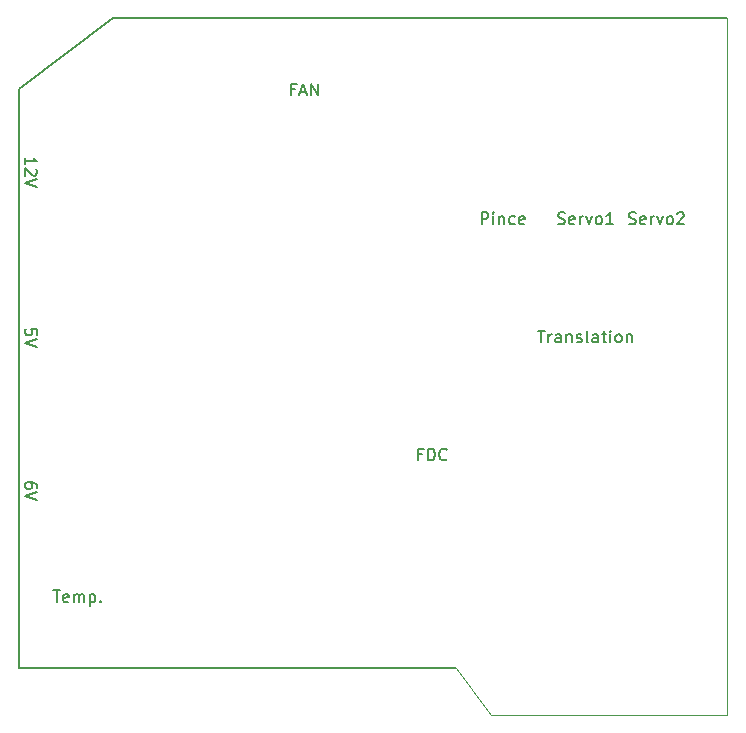
<source format=gbr>
G04 #@! TF.GenerationSoftware,KiCad,Pcbnew,(6.0.5-0)*
G04 #@! TF.CreationDate,2022-06-16T09:16:23+02:00*
G04 #@! TF.ProjectId,BRFEv3_Shield,42524645-7633-45f5-9368-69656c642e6b,rev?*
G04 #@! TF.SameCoordinates,Original*
G04 #@! TF.FileFunction,Other,ECO1*
%FSLAX46Y46*%
G04 Gerber Fmt 4.6, Leading zero omitted, Abs format (unit mm)*
G04 Created by KiCad (PCBNEW (6.0.5-0)) date 2022-06-16 09:16:23*
%MOMM*%
%LPD*%
G01*
G04 APERTURE LIST*
G04 #@! TA.AperFunction,Profile*
%ADD10C,0.150000*%
G04 #@! TD*
G04 #@! TA.AperFunction,Profile*
%ADD11C,0.100000*%
G04 #@! TD*
%ADD12C,0.150000*%
G04 APERTURE END LIST*
D10*
X120998000Y-68365000D02*
X112998000Y-74365000D01*
D11*
X172998000Y-127365000D02*
X152998000Y-127365000D01*
X152998000Y-127365000D02*
X149998000Y-123365000D01*
D10*
X112998000Y-123365000D02*
X112998000Y-74365000D01*
X112998000Y-123365000D02*
X149998000Y-123365000D01*
D11*
X172998000Y-68365000D02*
X172998000Y-127365000D01*
D10*
X120998000Y-68365000D02*
X172998000Y-68365000D01*
D12*
X152188476Y-85817380D02*
X152188476Y-84817380D01*
X152569428Y-84817380D01*
X152664666Y-84865000D01*
X152712285Y-84912619D01*
X152759904Y-85007857D01*
X152759904Y-85150714D01*
X152712285Y-85245952D01*
X152664666Y-85293571D01*
X152569428Y-85341190D01*
X152188476Y-85341190D01*
X153188476Y-85817380D02*
X153188476Y-85150714D01*
X153188476Y-84817380D02*
X153140857Y-84865000D01*
X153188476Y-84912619D01*
X153236095Y-84865000D01*
X153188476Y-84817380D01*
X153188476Y-84912619D01*
X153664666Y-85150714D02*
X153664666Y-85817380D01*
X153664666Y-85245952D02*
X153712285Y-85198333D01*
X153807523Y-85150714D01*
X153950380Y-85150714D01*
X154045619Y-85198333D01*
X154093238Y-85293571D01*
X154093238Y-85817380D01*
X154998000Y-85769761D02*
X154902761Y-85817380D01*
X154712285Y-85817380D01*
X154617047Y-85769761D01*
X154569428Y-85722142D01*
X154521809Y-85626904D01*
X154521809Y-85341190D01*
X154569428Y-85245952D01*
X154617047Y-85198333D01*
X154712285Y-85150714D01*
X154902761Y-85150714D01*
X154998000Y-85198333D01*
X155807523Y-85769761D02*
X155712285Y-85817380D01*
X155521809Y-85817380D01*
X155426571Y-85769761D01*
X155378952Y-85674523D01*
X155378952Y-85293571D01*
X155426571Y-85198333D01*
X155521809Y-85150714D01*
X155712285Y-85150714D01*
X155807523Y-85198333D01*
X155855142Y-85293571D01*
X155855142Y-85388809D01*
X155378952Y-85484047D01*
X115926571Y-116817380D02*
X116498000Y-116817380D01*
X116212285Y-117817380D02*
X116212285Y-116817380D01*
X117212285Y-117769761D02*
X117117047Y-117817380D01*
X116926571Y-117817380D01*
X116831333Y-117769761D01*
X116783714Y-117674523D01*
X116783714Y-117293571D01*
X116831333Y-117198333D01*
X116926571Y-117150714D01*
X117117047Y-117150714D01*
X117212285Y-117198333D01*
X117259904Y-117293571D01*
X117259904Y-117388809D01*
X116783714Y-117484047D01*
X117688476Y-117817380D02*
X117688476Y-117150714D01*
X117688476Y-117245952D02*
X117736095Y-117198333D01*
X117831333Y-117150714D01*
X117974190Y-117150714D01*
X118069428Y-117198333D01*
X118117047Y-117293571D01*
X118117047Y-117817380D01*
X118117047Y-117293571D02*
X118164666Y-117198333D01*
X118259904Y-117150714D01*
X118402761Y-117150714D01*
X118498000Y-117198333D01*
X118545619Y-117293571D01*
X118545619Y-117817380D01*
X119021809Y-117150714D02*
X119021809Y-118150714D01*
X119021809Y-117198333D02*
X119117047Y-117150714D01*
X119307523Y-117150714D01*
X119402761Y-117198333D01*
X119450380Y-117245952D01*
X119498000Y-117341190D01*
X119498000Y-117626904D01*
X119450380Y-117722142D01*
X119402761Y-117769761D01*
X119307523Y-117817380D01*
X119117047Y-117817380D01*
X119021809Y-117769761D01*
X119926571Y-117722142D02*
X119974190Y-117769761D01*
X119926571Y-117817380D01*
X119878952Y-117769761D01*
X119926571Y-117722142D01*
X119926571Y-117817380D01*
X156950380Y-94817380D02*
X157521809Y-94817380D01*
X157236095Y-95817380D02*
X157236095Y-94817380D01*
X157855142Y-95817380D02*
X157855142Y-95150714D01*
X157855142Y-95341190D02*
X157902761Y-95245952D01*
X157950380Y-95198333D01*
X158045619Y-95150714D01*
X158140857Y-95150714D01*
X158902761Y-95817380D02*
X158902761Y-95293571D01*
X158855142Y-95198333D01*
X158759904Y-95150714D01*
X158569428Y-95150714D01*
X158474190Y-95198333D01*
X158902761Y-95769761D02*
X158807523Y-95817380D01*
X158569428Y-95817380D01*
X158474190Y-95769761D01*
X158426571Y-95674523D01*
X158426571Y-95579285D01*
X158474190Y-95484047D01*
X158569428Y-95436428D01*
X158807523Y-95436428D01*
X158902761Y-95388809D01*
X159378952Y-95150714D02*
X159378952Y-95817380D01*
X159378952Y-95245952D02*
X159426571Y-95198333D01*
X159521809Y-95150714D01*
X159664666Y-95150714D01*
X159759904Y-95198333D01*
X159807523Y-95293571D01*
X159807523Y-95817380D01*
X160236095Y-95769761D02*
X160331333Y-95817380D01*
X160521809Y-95817380D01*
X160617047Y-95769761D01*
X160664666Y-95674523D01*
X160664666Y-95626904D01*
X160617047Y-95531666D01*
X160521809Y-95484047D01*
X160378952Y-95484047D01*
X160283714Y-95436428D01*
X160236095Y-95341190D01*
X160236095Y-95293571D01*
X160283714Y-95198333D01*
X160378952Y-95150714D01*
X160521809Y-95150714D01*
X160617047Y-95198333D01*
X161236095Y-95817380D02*
X161140857Y-95769761D01*
X161093238Y-95674523D01*
X161093238Y-94817380D01*
X162045619Y-95817380D02*
X162045619Y-95293571D01*
X161998000Y-95198333D01*
X161902761Y-95150714D01*
X161712285Y-95150714D01*
X161617047Y-95198333D01*
X162045619Y-95769761D02*
X161950380Y-95817380D01*
X161712285Y-95817380D01*
X161617047Y-95769761D01*
X161569428Y-95674523D01*
X161569428Y-95579285D01*
X161617047Y-95484047D01*
X161712285Y-95436428D01*
X161950380Y-95436428D01*
X162045619Y-95388809D01*
X162378952Y-95150714D02*
X162759904Y-95150714D01*
X162521809Y-94817380D02*
X162521809Y-95674523D01*
X162569428Y-95769761D01*
X162664666Y-95817380D01*
X162759904Y-95817380D01*
X163093238Y-95817380D02*
X163093238Y-95150714D01*
X163093238Y-94817380D02*
X163045619Y-94865000D01*
X163093238Y-94912619D01*
X163140857Y-94865000D01*
X163093238Y-94817380D01*
X163093238Y-94912619D01*
X163712285Y-95817380D02*
X163617047Y-95769761D01*
X163569428Y-95722142D01*
X163521809Y-95626904D01*
X163521809Y-95341190D01*
X163569428Y-95245952D01*
X163617047Y-95198333D01*
X163712285Y-95150714D01*
X163855142Y-95150714D01*
X163950380Y-95198333D01*
X163998000Y-95245952D01*
X164045619Y-95341190D01*
X164045619Y-95626904D01*
X163998000Y-95722142D01*
X163950380Y-95769761D01*
X163855142Y-95817380D01*
X163712285Y-95817380D01*
X164474190Y-95150714D02*
X164474190Y-95817380D01*
X164474190Y-95245952D02*
X164521809Y-95198333D01*
X164617047Y-95150714D01*
X164759904Y-95150714D01*
X164855142Y-95198333D01*
X164902761Y-95293571D01*
X164902761Y-95817380D01*
X114545619Y-95174523D02*
X114545619Y-94698333D01*
X114069428Y-94650714D01*
X114117047Y-94698333D01*
X114164666Y-94793571D01*
X114164666Y-95031666D01*
X114117047Y-95126904D01*
X114069428Y-95174523D01*
X113974190Y-95222142D01*
X113736095Y-95222142D01*
X113640857Y-95174523D01*
X113593238Y-95126904D01*
X113545619Y-95031666D01*
X113545619Y-94793571D01*
X113593238Y-94698333D01*
X113640857Y-94650714D01*
X114545619Y-95507857D02*
X113545619Y-95841190D01*
X114545619Y-96174523D01*
X136388476Y-74393571D02*
X136055142Y-74393571D01*
X136055142Y-74917380D02*
X136055142Y-73917380D01*
X136531333Y-73917380D01*
X136864666Y-74631666D02*
X137340857Y-74631666D01*
X136769428Y-74917380D02*
X137102761Y-73917380D01*
X137436095Y-74917380D01*
X137769428Y-74917380D02*
X137769428Y-73917380D01*
X138340857Y-74917380D01*
X138340857Y-73917380D01*
X164664666Y-85769761D02*
X164807523Y-85817380D01*
X165045619Y-85817380D01*
X165140857Y-85769761D01*
X165188476Y-85722142D01*
X165236095Y-85626904D01*
X165236095Y-85531666D01*
X165188476Y-85436428D01*
X165140857Y-85388809D01*
X165045619Y-85341190D01*
X164855142Y-85293571D01*
X164759904Y-85245952D01*
X164712285Y-85198333D01*
X164664666Y-85103095D01*
X164664666Y-85007857D01*
X164712285Y-84912619D01*
X164759904Y-84865000D01*
X164855142Y-84817380D01*
X165093238Y-84817380D01*
X165236095Y-84865000D01*
X166045619Y-85769761D02*
X165950380Y-85817380D01*
X165759904Y-85817380D01*
X165664666Y-85769761D01*
X165617047Y-85674523D01*
X165617047Y-85293571D01*
X165664666Y-85198333D01*
X165759904Y-85150714D01*
X165950380Y-85150714D01*
X166045619Y-85198333D01*
X166093238Y-85293571D01*
X166093238Y-85388809D01*
X165617047Y-85484047D01*
X166521809Y-85817380D02*
X166521809Y-85150714D01*
X166521809Y-85341190D02*
X166569428Y-85245952D01*
X166617047Y-85198333D01*
X166712285Y-85150714D01*
X166807523Y-85150714D01*
X167045619Y-85150714D02*
X167283714Y-85817380D01*
X167521809Y-85150714D01*
X168045619Y-85817380D02*
X167950380Y-85769761D01*
X167902761Y-85722142D01*
X167855142Y-85626904D01*
X167855142Y-85341190D01*
X167902761Y-85245952D01*
X167950380Y-85198333D01*
X168045619Y-85150714D01*
X168188476Y-85150714D01*
X168283714Y-85198333D01*
X168331333Y-85245952D01*
X168378952Y-85341190D01*
X168378952Y-85626904D01*
X168331333Y-85722142D01*
X168283714Y-85769761D01*
X168188476Y-85817380D01*
X168045619Y-85817380D01*
X168759904Y-84912619D02*
X168807523Y-84865000D01*
X168902761Y-84817380D01*
X169140857Y-84817380D01*
X169236095Y-84865000D01*
X169283714Y-84912619D01*
X169331333Y-85007857D01*
X169331333Y-85103095D01*
X169283714Y-85245952D01*
X168712285Y-85817380D01*
X169331333Y-85817380D01*
X158664666Y-85769761D02*
X158807523Y-85817380D01*
X159045619Y-85817380D01*
X159140857Y-85769761D01*
X159188476Y-85722142D01*
X159236095Y-85626904D01*
X159236095Y-85531666D01*
X159188476Y-85436428D01*
X159140857Y-85388809D01*
X159045619Y-85341190D01*
X158855142Y-85293571D01*
X158759904Y-85245952D01*
X158712285Y-85198333D01*
X158664666Y-85103095D01*
X158664666Y-85007857D01*
X158712285Y-84912619D01*
X158759904Y-84865000D01*
X158855142Y-84817380D01*
X159093238Y-84817380D01*
X159236095Y-84865000D01*
X160045619Y-85769761D02*
X159950380Y-85817380D01*
X159759904Y-85817380D01*
X159664666Y-85769761D01*
X159617047Y-85674523D01*
X159617047Y-85293571D01*
X159664666Y-85198333D01*
X159759904Y-85150714D01*
X159950380Y-85150714D01*
X160045619Y-85198333D01*
X160093238Y-85293571D01*
X160093238Y-85388809D01*
X159617047Y-85484047D01*
X160521809Y-85817380D02*
X160521809Y-85150714D01*
X160521809Y-85341190D02*
X160569428Y-85245952D01*
X160617047Y-85198333D01*
X160712285Y-85150714D01*
X160807523Y-85150714D01*
X161045619Y-85150714D02*
X161283714Y-85817380D01*
X161521809Y-85150714D01*
X162045619Y-85817380D02*
X161950380Y-85769761D01*
X161902761Y-85722142D01*
X161855142Y-85626904D01*
X161855142Y-85341190D01*
X161902761Y-85245952D01*
X161950380Y-85198333D01*
X162045619Y-85150714D01*
X162188476Y-85150714D01*
X162283714Y-85198333D01*
X162331333Y-85245952D01*
X162378952Y-85341190D01*
X162378952Y-85626904D01*
X162331333Y-85722142D01*
X162283714Y-85769761D01*
X162188476Y-85817380D01*
X162045619Y-85817380D01*
X163331333Y-85817380D02*
X162759904Y-85817380D01*
X163045619Y-85817380D02*
X163045619Y-84817380D01*
X162950380Y-84960238D01*
X162855142Y-85055476D01*
X162759904Y-85103095D01*
X147140857Y-105293571D02*
X146807523Y-105293571D01*
X146807523Y-105817380D02*
X146807523Y-104817380D01*
X147283714Y-104817380D01*
X147664666Y-105817380D02*
X147664666Y-104817380D01*
X147902761Y-104817380D01*
X148045619Y-104865000D01*
X148140857Y-104960238D01*
X148188476Y-105055476D01*
X148236095Y-105245952D01*
X148236095Y-105388809D01*
X148188476Y-105579285D01*
X148140857Y-105674523D01*
X148045619Y-105769761D01*
X147902761Y-105817380D01*
X147664666Y-105817380D01*
X149236095Y-105722142D02*
X149188476Y-105769761D01*
X149045619Y-105817380D01*
X148950380Y-105817380D01*
X148807523Y-105769761D01*
X148712285Y-105674523D01*
X148664666Y-105579285D01*
X148617047Y-105388809D01*
X148617047Y-105245952D01*
X148664666Y-105055476D01*
X148712285Y-104960238D01*
X148807523Y-104865000D01*
X148950380Y-104817380D01*
X149045619Y-104817380D01*
X149188476Y-104865000D01*
X149236095Y-104912619D01*
X114545619Y-108126904D02*
X114545619Y-107936428D01*
X114498000Y-107841190D01*
X114450380Y-107793571D01*
X114307523Y-107698333D01*
X114117047Y-107650714D01*
X113736095Y-107650714D01*
X113640857Y-107698333D01*
X113593238Y-107745952D01*
X113545619Y-107841190D01*
X113545619Y-108031666D01*
X113593238Y-108126904D01*
X113640857Y-108174523D01*
X113736095Y-108222142D01*
X113974190Y-108222142D01*
X114069428Y-108174523D01*
X114117047Y-108126904D01*
X114164666Y-108031666D01*
X114164666Y-107841190D01*
X114117047Y-107745952D01*
X114069428Y-107698333D01*
X113974190Y-107650714D01*
X114545619Y-108507857D02*
X113545619Y-108841190D01*
X114545619Y-109174523D01*
X113545619Y-80745952D02*
X113545619Y-80174523D01*
X113545619Y-80460238D02*
X114545619Y-80460238D01*
X114402761Y-80365000D01*
X114307523Y-80269761D01*
X114259904Y-80174523D01*
X114450380Y-81126904D02*
X114498000Y-81174523D01*
X114545619Y-81269761D01*
X114545619Y-81507857D01*
X114498000Y-81603095D01*
X114450380Y-81650714D01*
X114355142Y-81698333D01*
X114259904Y-81698333D01*
X114117047Y-81650714D01*
X113545619Y-81079285D01*
X113545619Y-81698333D01*
X114545619Y-81984047D02*
X113545619Y-82317380D01*
X114545619Y-82650714D01*
M02*

</source>
